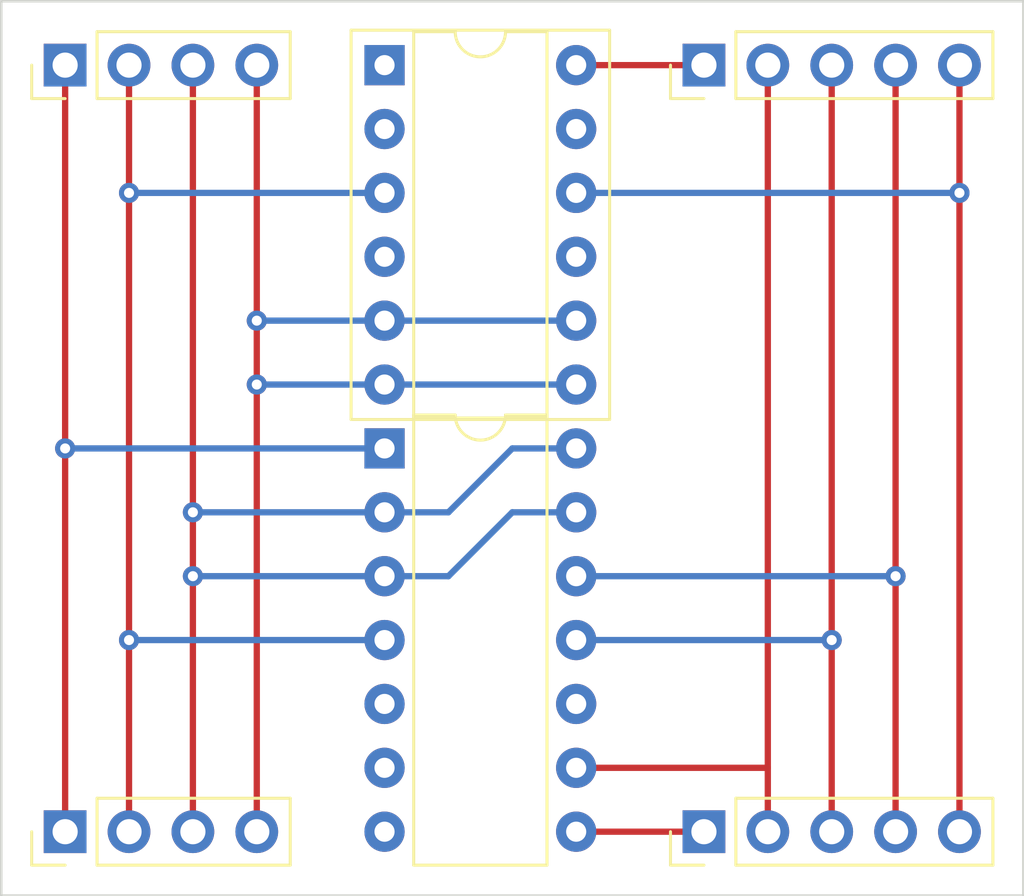
<source format=kicad_pcb>
(kicad_pcb (version 20211014) (generator pcbnew)
  (layers (0 "F.Cu" signal) (31 "B.Cu" signal) (34 "B.Paste" user) (35 "F.Paste" user) (36 "B.SilkS" user "B.Silkscreen") (37 "F.SilkS" user "F.Silkscreen") (38 "B.Mask" user) (39 "F.Mask" user) (44 "Edge.Cuts" user))
  (net 0 "")
  (footprint "Connector_PinHeader_2.54mm:PinHeader_1x04_P2.54mm_Vertical" (layer "F.Cu") (at 86.36 50.8 90)
    (fp_text reference "REF**" hide)
    (fp_text value "Power Out" hide)
    (fp_line (start -1.33 -1.33) (end 0 -1.33) (layer "F.SilkS") (width 0.12))
    (fp_line (start -1.33 1.27) (end 1.33 1.27) (layer "F.SilkS") (width 0.12))
    (fp_line (start -1.33 8.95) (end 1.33 8.95) (layer "F.SilkS") (width 0.12))
    (fp_line (start -1.33 0) (end -1.33 -1.33) (layer "F.SilkS") (width 0.12))
    (fp_line (start 1.33 1.27) (end 1.33 8.95) (layer "F.SilkS") (width 0.12))
    (fp_line (start -1.33 1.27) (end -1.33 8.95) (layer "F.SilkS") (width 0.12))
    (pad "1" thru_hole rect (at 0 0 90) (size 1.7 1.7) (drill 1) (layers *.Cu *.Mask))
    (pad "2" thru_hole oval (at 0 2.54 90) (size 1.7 1.7) (drill 1) (layers *.Cu *.Mask))
    (pad "3" thru_hole oval (at 0 5.08 90) (size 1.7 1.7) (drill 1) (layers *.Cu *.Mask))
    (pad "4" thru_hole oval (at 0 7.62 90) (size 1.7 1.7) (drill 1) (layers *.Cu *.Mask))
  )
  (footprint "Connector_PinHeader_2.54mm:PinHeader_1x05_P2.54mm_Vertical" (layer "F.Cu") (at 111.76 50.8 90)
    (fp_text reference "REF**" hide)
    (fp_text value "Bus Out" hide)
    (fp_line (start -1.33 1.27) (end -1.33 11.49) (layer "F.SilkS") (width 0.12))
    (fp_line (start -1.33 1.27) (end 1.33 1.27) (layer "F.SilkS") (width 0.12))
    (fp_line (start -1.33 -1.33) (end 0 -1.33) (layer "F.SilkS") (width 0.12))
    (fp_line (start -1.33 0) (end -1.33 -1.33) (layer "F.SilkS") (width 0.12))
    (fp_line (start 1.33 1.27) (end 1.33 11.49) (layer "F.SilkS") (width 0.12))
    (fp_line (start -1.33 11.49) (end 1.33 11.49) (layer "F.SilkS") (width 0.12))
    (pad "1" thru_hole rect (at 0 0 90) (size 1.7 1.7) (drill 1) (layers *.Cu *.Mask))
    (pad "2" thru_hole oval (at 0 2.54 90) (size 1.7 1.7) (drill 1) (layers *.Cu *.Mask))
    (pad "3" thru_hole oval (at 0 5.08 90) (size 1.7 1.7) (drill 1) (layers *.Cu *.Mask))
    (pad "4" thru_hole oval (at 0 7.62 90) (size 1.7 1.7) (drill 1) (layers *.Cu *.Mask))
    (pad "5" thru_hole oval (at 0 10.16 90) (size 1.7 1.7) (drill 1) (layers *.Cu *.Mask))
  )
  (footprint "Package_DIP:DIP-14_W7.62mm" (layer "F.Cu") (at 99.06 66.04)
    (fp_text reference "REF**" hide)
    (fp_text value "DIP-14_W7.62mm" hide)
    (fp_line (start 1.16 16.57) (end 6.46 16.57) (layer "F.SilkS") (width 0.12))
    (fp_line (start 6.46 16.57) (end 6.46 -1.33) (layer "F.SilkS") (width 0.12))
    (fp_line (start 2.81 -1.33) (end 1.16 -1.33) (layer "F.SilkS") (width 0.12))
    (fp_line (start 6.46 -1.33) (end 4.81 -1.33) (layer "F.SilkS") (width 0.12))
    (fp_line (start 1.16 -1.33) (end 1.16 16.57) (layer "F.SilkS") (width 0.12))
    (fp_arc (start 4.81 -1.33) (mid 3.81 -0.33) (end 2.81 -1.33) (layer "F.SilkS") (width 0.12))
    (pad "1" thru_hole rect (at 0 0) (size 1.6 1.6) (drill 0.8) (layers *.Cu *.Mask))
    (pad "2" thru_hole oval (at 0 2.54) (size 1.6 1.6) (drill 0.8) (layers *.Cu *.Mask))
    (pad "3" thru_hole oval (at 0 5.08) (size 1.6 1.6) (drill 0.8) (layers *.Cu *.Mask))
    (pad "4" thru_hole oval (at 0 7.62) (size 1.6 1.6) (drill 0.8) (layers *.Cu *.Mask))
    (pad "5" thru_hole oval (at 0 10.16) (size 1.6 1.6) (drill 0.8) (layers *.Cu *.Mask))
    (pad "6" thru_hole oval (at 0 12.7) (size 1.6 1.6) (drill 0.8) (layers *.Cu *.Mask))
    (pad "7" thru_hole oval (at 0 15.24) (size 1.6 1.6) (drill 0.8) (layers *.Cu *.Mask))
    (pad "8" thru_hole oval (at 7.62 15.24) (size 1.6 1.6) (drill 0.8) (layers *.Cu *.Mask))
    (pad "9" thru_hole oval (at 7.62 12.7) (size 1.6 1.6) (drill 0.8) (layers *.Cu *.Mask))
    (pad "10" thru_hole oval (at 7.62 10.16) (size 1.6 1.6) (drill 0.8) (layers *.Cu *.Mask))
    (pad "11" thru_hole oval (at 7.62 7.62) (size 1.6 1.6) (drill 0.8) (layers *.Cu *.Mask))
    (pad "12" thru_hole oval (at 7.62 5.08) (size 1.6 1.6) (drill 0.8) (layers *.Cu *.Mask))
    (pad "13" thru_hole oval (at 7.62 2.54) (size 1.6 1.6) (drill 0.8) (layers *.Cu *.Mask))
    (pad "14" thru_hole oval (at 7.62 0) (size 1.6 1.6) (drill 0.8) (layers *.Cu *.Mask))
  )
  (footprint "Package_DIP:DIP-12_W7.62mm_Socket" (layer "F.Cu") (at 99.06 50.8)
    (fp_text reference "REF**" hide)
    (fp_text value "DIP-12_W7.62mm_Socket" hide)
    (fp_line (start 6.46 14.03) (end 6.46 -1.33) (layer "F.SilkS") (width 0.12))
    (fp_line (start 8.95 -1.39) (end -1.33 -1.39) (layer "F.SilkS") (width 0.12))
    (fp_line (start 8.95 14.09) (end 8.95 -1.39) (layer "F.SilkS") (width 0.12))
    (fp_line (start 2.81 -1.33) (end 1.16 -1.33) (layer "F.SilkS") (width 0.12))
    (fp_line (start 6.46 -1.33) (end 4.81 -1.33) (layer "F.SilkS") (width 0.12))
    (fp_line (start -1.33 -1.39) (end -1.33 14.09) (layer "F.SilkS") (width 0.12))
    (fp_line (start 1.16 -1.33) (end 1.16 14.03) (layer "F.SilkS") (width 0.12))
    (fp_line (start 1.16 14.03) (end 6.46 14.03) (layer "F.SilkS") (width 0.12))
    (fp_line (start -1.33 14.09) (end 8.95 14.09) (layer "F.SilkS") (width 0.12))
    (fp_arc (start 4.81 -1.33) (mid 3.81 -0.33) (end 2.81 -1.33) (layer "F.SilkS") (width 0.12))
    (pad "1" thru_hole rect (at 0 0) (size 1.6 1.6) (drill 0.8) (layers *.Cu *.Mask))
    (pad "2" thru_hole oval (at 0 2.54) (size 1.6 1.6) (drill 0.8) (layers *.Cu *.Mask))
    (pad "3" thru_hole oval (at 0 5.08) (size 1.6 1.6) (drill 0.8) (layers *.Cu *.Mask))
    (pad "4" thru_hole oval (at 0 7.62) (size 1.6 1.6) (drill 0.8) (layers *.Cu *.Mask))
    (pad "5" thru_hole oval (at 0 10.16) (size 1.6 1.6) (drill 0.8) (layers *.Cu *.Mask))
    (pad "6" thru_hole oval (at 0 12.7) (size 1.6 1.6) (drill 0.8) (layers *.Cu *.Mask))
    (pad "7" thru_hole oval (at 7.62 12.7) (size 1.6 1.6) (drill 0.8) (layers *.Cu *.Mask))
    (pad "8" thru_hole oval (at 7.62 10.16) (size 1.6 1.6) (drill 0.8) (layers *.Cu *.Mask))
    (pad "9" thru_hole oval (at 7.62 7.62) (size 1.6 1.6) (drill 0.8) (layers *.Cu *.Mask))
    (pad "10" thru_hole oval (at 7.62 5.08) (size 1.6 1.6) (drill 0.8) (layers *.Cu *.Mask))
    (pad "11" thru_hole oval (at 7.62 2.54) (size 1.6 1.6) (drill 0.8) (layers *.Cu *.Mask))
    (pad "12" thru_hole oval (at 7.62 0) (size 1.6 1.6) (drill 0.8) (layers *.Cu *.Mask))
  )
  (footprint "Connector_PinHeader_2.54mm:PinHeader_1x05_P2.54mm_Vertical" (layer "F.Cu") (at 111.76 81.28 90)
    (fp_text reference "REF**" hide)
    (fp_text value "Bus In" hide)
    (fp_line (start 1.33 1.27) (end 1.33 11.49) (layer "F.SilkS") (width 0.12))
    (fp_line (start -1.33 0) (end -1.33 -1.33) (layer "F.SilkS") (width 0.12))
    (fp_line (start -1.33 1.27) (end -1.33 11.49) (layer "F.SilkS") (width 0.12))
    (fp_line (start -1.33 -1.33) (end 0 -1.33) (layer "F.SilkS") (width 0.12))
    (fp_line (start -1.33 1.27) (end 1.33 1.27) (layer "F.SilkS") (width 0.12))
    (fp_line (start -1.33 11.49) (end 1.33 11.49) (layer "F.SilkS") (width 0.12))
    (pad "1" thru_hole rect locked (at 0 0 90) (size 1.7 1.7) (drill 1) (layers *.Cu *.Mask))
    (pad "2" thru_hole oval locked (at 0 2.54 90) (size 1.7 1.7) (drill 1) (layers *.Cu *.Mask))
    (pad "3" thru_hole oval locked (at 0 5.08 90) (size 1.7 1.7) (drill 1) (layers *.Cu *.Mask))
    (pad "4" thru_hole oval locked (at 0 7.62 90) (size 1.7 1.7) (drill 1) (layers *.Cu *.Mask))
    (pad "5" thru_hole oval locked (at 0 10.16 90) (size 1.7 1.7) (drill 1) (layers *.Cu *.Mask))
  )
  (footprint "Connector_PinHeader_2.54mm:PinHeader_1x04_P2.54mm_Vertical" (layer "F.Cu") (at 86.36 81.28 90)
    (fp_text reference "REF**" hide)
    (fp_text value "Power In" hide)
    (fp_line (start -1.33 1.27) (end 1.33 1.27) (layer "F.SilkS") (width 0.12))
    (fp_line (start -1.33 -1.33) (end 0 -1.33) (layer "F.SilkS") (width 0.12))
    (fp_line (start -1.33 0) (end -1.33 -1.33) (layer "F.SilkS") (width 0.12))
    (fp_line (start 1.33 1.27) (end 1.33 8.95) (layer "F.SilkS") (width 0.12))
    (fp_line (start -1.33 1.27) (end -1.33 8.95) (layer "F.SilkS") (width 0.12))
    (fp_line (start -1.33 8.95) (end 1.33 8.95) (layer "F.SilkS") (width 0.12))
    (pad "1" thru_hole rect locked (at 0 0 90) (size 1.7 1.7) (drill 1) (layers *.Cu *.Mask))
    (pad "2" thru_hole oval locked (at 0 2.54 90) (size 1.7 1.7) (drill 1) (layers *.Cu *.Mask))
    (pad "3" thru_hole oval locked (at 0 5.08 90) (size 1.7 1.7) (drill 1) (layers *.Cu *.Mask))
    (pad "4" thru_hole oval locked (at 0 7.62 90) (size 1.7 1.7) (drill 1) (layers *.Cu *.Mask))
  )
  (gr_line (start 83.82 48.26) (end 83.82 83.82) (layer "Edge.Cuts") (width 0.1))
  (gr_line (start 124.46 83.82) (end 83.82 83.82) (layer "Edge.Cuts") (width 0.1))
  (gr_line (start 124.46 48.26) (end 83.82 48.26) (layer "Edge.Cuts") (width 0.1))
  (gr_line (start 124.46 83.82) (end 124.46 48.26) (layer "Edge.Cuts") (width 0.1))
  (segment (start 86.36 81.28) (end 86.36 50.8) (width 0.25) (layer "F.Cu") (net 0))
  (segment (start 106.68 81.28) (end 111.76 81.28) (width 0.25) (layer "F.Cu") (net 0))
  (segment (start 88.9 50.8) (end 88.9 81.28) (width 0.25) (layer "F.Cu") (net 0))
  (segment (start 106.68 50.8) (end 111.76 50.8) (width 0.25) (layer "F.Cu") (net 0))
  (segment (start 116.84 50.8) (end 116.84 81.28) (width 0.25) (layer "F.Cu") (net 0))
  (segment (start 93.98 50.8) (end 93.98 81.28) (width 0.25) (layer "F.Cu") (net 0))
  (segment (start 114.3 50.8) (end 114.3 81.28) (width 0.25) (layer "F.Cu") (net 0))
  (segment (start 121.92 50.8) (end 121.92 81.28) (width 0.25) (layer "F.Cu") (net 0))
  (segment (start 106.68 78.74) (end 114.3 78.74) (width 0.25) (layer "F.Cu") (net 0))
  (segment (start 91.44 50.8) (end 91.44 81.28) (width 0.25) (layer "F.Cu") (net 0))
  (segment (start 119.38 50.8) (end 119.38 81.28) (width 0.25) (layer "F.Cu") (net 0))
  (via (at 93.98 60.96) (size 0.8) (drill 0.4) (layers "F.Cu" "B.Cu") (net 0))
  (via (at 121.92 55.88) (size 0.8) (drill 0.4) (layers "F.Cu" "B.Cu") (net 0))
  (via (at 93.98 63.5) (size 0.8) (drill 0.4) (layers "F.Cu" "B.Cu") (net 0))
  (via (at 88.9 73.66) (size 0.8) (drill 0.4) (layers "F.Cu" "B.Cu") (net 0))
  (via (at 88.9 55.88) (size 0.8) (drill 0.4) (layers "F.Cu" "B.Cu") (net 0))
  (via (at 116.84 73.66) (size 0.8) (drill 0.4) (layers "F.Cu" "B.Cu") (net 0))
  (via (at 91.44 68.58) (size 0.8) (drill 0.4) (layers "F.Cu" "B.Cu") (net 0))
  (via (at 86.36 66.04) (size 0.8) (drill 0.4) (layers "F.Cu" "B.Cu") (net 0))
  (via (at 119.38 71.12) (size 0.8) (drill 0.4) (layers "F.Cu" "B.Cu") (net 0))
  (via (at 91.44 71.12) (size 0.8) (drill 0.4) (layers "F.Cu" "B.Cu") (net 0))
  (segment (start 106.68 73.66) (end 116.84 73.66) (width 0.25) (layer "B.Cu") (net 0))
  (segment (start 106.68 60.96) (end 93.98 60.96) (width 0.25) (layer "B.Cu") (net 0))
  (segment (start 106.68 66.04) (end 104.14 66.04) (width 0.25) (layer "B.Cu") (net 0))
  (segment (start 93.98 63.5) (end 106.68 63.5) (width 0.25) (layer "B.Cu") (net 0))
  (segment (start 104.14 66.04) (end 101.6 68.58) (width 0.25) (layer "B.Cu") (net 0))
  (segment (start 104.14 68.58) (end 101.6 71.12) (width 0.25) (layer "B.Cu") (net 0))
  (segment (start 101.6 71.12) (end 91.44 71.12) (width 0.25) (layer "B.Cu") (net 0))
  (segment (start 99.06 55.88) (end 88.9 55.88) (width 0.25) (layer "B.Cu") (net 0))
  (segment (start 101.6 68.58) (end 91.44 68.58) (width 0.25) (layer "B.Cu") (net 0))
  (segment (start 99.06 66.04) (end 86.36 66.04) (width 0.25) (layer "B.Cu") (net 0))
  (segment (start 106.68 68.58) (end 104.14 68.58) (width 0.25) (layer "B.Cu") (net 0))
  (segment (start 88.9 73.66) (end 99.06 73.66) (width 0.25) (layer "B.Cu") (net 0))
  (segment (start 106.68 55.88) (end 121.92 55.88) (width 0.25) (layer "B.Cu") (net 0))
  (segment (start 106.68 71.12) (end 119.38 71.12) (width 0.25) (layer "B.Cu") (net 0))
)
</source>
